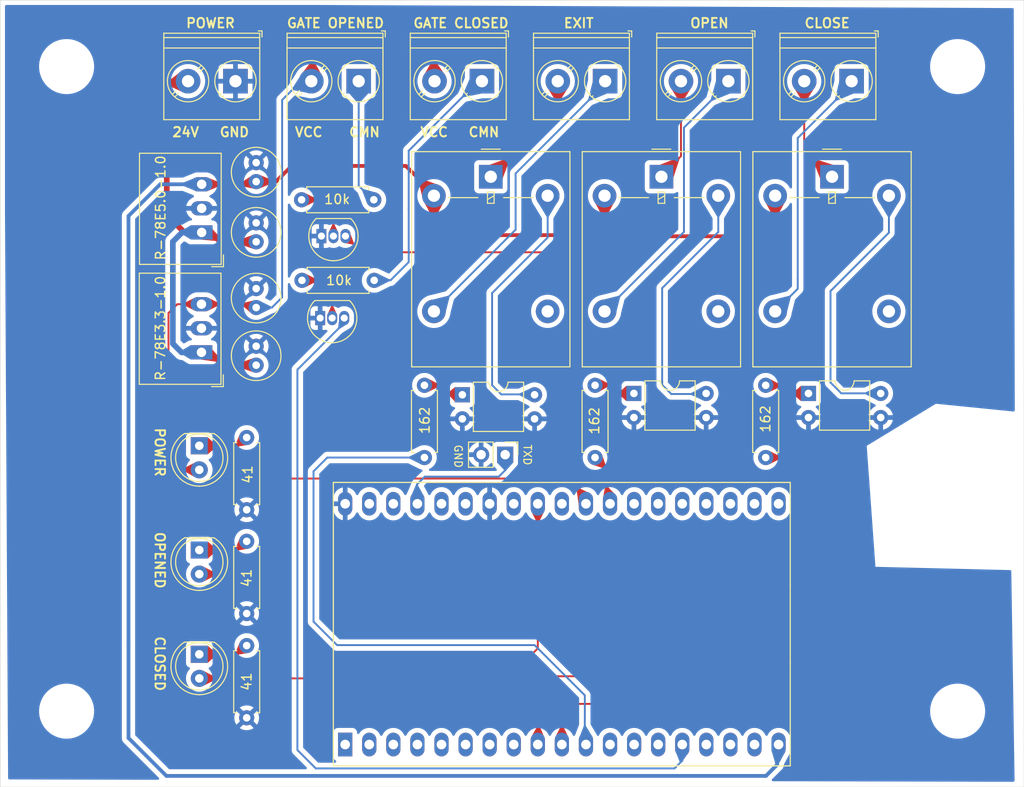
<source format=kicad_pcb>
(kicad_pcb (version 20240108) (generator "pcbnew") (generator_version "8.0")
  (layers (0 "F.Cu" signal) (31 "B.Cu" signal) (34 "B.Paste" user) (35 "F.Paste" user) (36 "B.SilkS" user "B.Silkscreen") (37 "F.SilkS" user "F.Silkscreen") (38 "B.Mask" user) (39 "F.Mask" user) (44 "Edge.Cuts" user))
  (net 0 "")
  (net 1 "+24V")
  (net 2 "GNDREF")
  (net 3 "+3.3V")
  (net 4 "+5V")
  (net 5 "Net-(J2-Pin_1)")
  (net 6 "Net-(J2-Pin_2)")
  (net 7 "Net-(J3-Pin_1)")
  (net 8 "Net-(J3-Pin_2)")
  (net 9 "Net-(J4-Pin_1)")
  (net 10 "Net-(J5-Pin_1)")
  (net 11 "Net-(J6-Pin_1)")
  (net 12 "Net-(J6-Pin_2)")
  (net 14 "Net-(K1-Pad5)")
  (net 15 "Net-(K2-Pad5)")
  (net 18 "Net-(K3-Pad5)")
  (net 19 "GPIO13")
  (net 20 "GPIO16")
  (net 21 "GPIO26")
  (net 22 "Net-(R1-Pad1)")
  (net 23 "Net-(R2-Pad1)")
  (net 24 "GPIO25")
  (net 25 "GPIO27")
  (net 26 "Net-(R3-Pad1)")
  (net 27 "GPIO17")
  (net 28 "Net-(D2-K)")
  (net 29 "GPIO18")
  (net 30 "Net-(D3-K)")
  (net 47 "Net-(Q1-B)")
  (net 48 "Net-(Q2-B)")
  (net 49 "Net-(D1-K)")
  (net 53 "TXD")
  (footprint "Package_DIP:DIP-4_W7.62mm" (layer "F.Cu") (at 85.265 41.4825)
    (property "Reference" "U4" (hide yes))
    (property "Value" "FOD852" (hide yes))
    (pad "1" thru_hole rect (at 0 0) (size 1.6 1.6) (drill 0.8) (layers "*.Cu" "*.Mask") (net 22 "Net-(R1-Pad1)"))
    (pad "2" thru_hole oval (at 0 2.54) (size 1.6 1.6) (drill 0.8) (layers "*.Cu" "*.Mask") (net 2 "GNDREF"))
    (pad "3" thru_hole oval (at 7.62 2.54) (size 1.6 1.6) (drill 0.8) (layers "*.Cu" "*.Mask") (net 2 "GNDREF"))
    (pad "4" thru_hole oval (at 7.62 0) (size 1.6 1.6) (drill 0.8) (layers "*.Cu" "*.Mask") (net 15 "Net-(K2-Pad5)"))
  )
  (footprint "MountingHole:MountingHole_5.3mm_M5" (layer "F.Cu") (at 101 7)
    (property "Reference" "H4" (hide yes))
    (property "Value" "MountingHole" (hide yes))
    (pad "" np_thru_hole circle (at 0 0) (size 5.3 5.3) (drill 5.3) (layers "*.Cu" "*.Mask"))
  )
  (footprint "Capacitor_THT:C_Radial_D5.0mm_H11.0mm_P2.00mm" (layer "F.Cu") (at 27 38.5 90)
    (property "Reference" "C1" (hide yes))
    (property "Value" "10uf" (hide yes))
    (pad "1" thru_hole circle (at 0 0 90) (size 1.6 1.6) (drill 0.8) (layers "*.Cu" "*.Mask") (net 1 "+24V"))
    (pad "2" thru_hole circle (at 2 0 90) (size 1.6 1.6) (drill 0.8) (layers "*.Cu" "*.Mask") (net 2 "GNDREF"))
  )
  (footprint "LED_THT:LED_D5.0mm_Clear" (layer "F.Cu") (at 21 69 -90)
    (property "Reference" "D3" (hide yes))
    (property "Value" "LTL2R3KSK (YELLOW)" (hide yes))
    (pad "1" thru_hole rect (at 0 0 270) (size 1.8 1.8) (drill 0.9) (layers "*.Cu" "*.Mask") (net 30 "Net-(D3-K)"))
    (pad "2" thru_hole circle (at 2.54 0 270) (size 1.8 1.8) (drill 0.9) (layers "*.Cu" "*.Mask") (net 29 "GPIO18"))
  )
  (footprint "TerminalBlock_Phoenix:TerminalBlock_Phoenix_PT-1,5-2-5.0-H_1x02_P5.00mm_Horizontal" (layer "F.Cu") (at 37.815 8.54 180)
    (property "Reference" "J5" (hide yes))
    (property "Value" "Gate Open Switch" (hide yes))
    (pad "1" thru_hole rect (at 0 0 180) (size 2.6 2.6) (drill 1.3) (layers "*.Cu" "*.Mask") (net 10 "Net-(J5-Pin_1)"))
    (pad "2" thru_hole circle (at 5 0 180) (size 2.6 2.6) (drill 1.3) (layers "*.Cu" "*.Mask") (net 3 "+3.3V"))
  )
  (footprint "TerminalBlock_Phoenix:TerminalBlock_Phoenix_PT-1,5-2-5.0-H_1x02_P5.00mm_Horizontal" (layer "F.Cu") (at 24.815 8.54 180)
    (property "Reference" "J1" (hide yes))
    (property "Value" "Power Input" (hide yes))
    (pad "1" thru_hole rect (at 0 0 180) (size 2.6 2.6) (drill 1.3) (layers "*.Cu" "*.Mask") (net 2 "GNDREF"))
    (pad "2" thru_hole circle (at 5 0 180) (size 2.6 2.6) (drill 1.3) (layers "*.Cu" "*.Mask") (net 1 "+24V"))
  )
  (footprint "MountingHole:MountingHole_5.3mm_M5" (layer "F.Cu") (at 7 7)
    (property "Reference" "H1" (hide yes))
    (property "Value" "MountingHole" (hide yes))
    (pad "" np_thru_hole circle (at 0 0) (size 5.3 5.3) (drill 5.3) (layers "*.Cu" "*.Mask"))
  )
  (footprint "Relay_THT:Relay_SPDT_Omron-G5LE-1" (layer "F.Cu") (at 51.75 18.6225)
    (property "Reference" "K3" (hide yes))
    (property "Value" "Exit Relay" (hide yes))
    (pad "1" thru_hole rect (at 0 0) (size 2.5 2.5) (drill 1.3) (layers "*.Cu" "*.Mask") (net 12 "Net-(J6-Pin_2)"))
    (pad "2" thru_hole oval (at -6 2) (size 2.5 2.5) (drill 1.3) (layers "*.Cu" "*.Mask") (net 4 "+5V"))
    (pad "3" thru_hole oval (at -6 14.2) (size 2.5 2.5) (drill 1.3) (layers "*.Cu" "*.Mask") (net 11 "Net-(J6-Pin_1)"))
    (pad "4" thru_hole oval (at 6 14.2) (size 2.5 2.5) (drill 1.3) (layers "*.Cu" "*.Mask"))
    (pad "5" thru_hole oval (at 6 2) (size 2.5 2.5) (drill 1.3) (layers "*.Cu" "*.Mask") (net 18 "Net-(K3-Pad5)"))
  )
  (footprint "TerminalBlock_Phoenix:TerminalBlock_Phoenix_PT-1,5-2-5.0-H_1x02_P5.00mm_Horizontal" (layer "F.Cu") (at 63.815 8.54 180)
    (property "Reference" "J6" (hide yes))
    (property "Value" "Screw_Terminal_01x02" (hide yes))
    (pad "1" thru_hole rect (at 0 0 180) (size 2.6 2.6) (drill 1.3) (layers "*.Cu" "*.Mask") (net 11 "Net-(J6-Pin_1)"))
    (pad "2" thru_hole circle (at 5 0 180) (size 2.6 2.6) (drill 1.3) (layers "*.Cu" "*.Mask") (net 12 "Net-(J6-Pin_2)"))
  )
  (footprint "Package_DIP:DIP-4_W7.62mm" (layer "F.Cu") (at 48.75 41.6225)
    (property "Reference" "U5" (hide yes))
    (property "Value" "FOD852" (hide yes))
    (pad "1" thru_hole rect (at 0 0) (size 1.6 1.6) (drill 0.8) (layers "*.Cu" "*.Mask") (net 26 "Net-(R3-Pad1)"))
    (pad "2" thru_hole oval (at 0 2.54) (size 1.6 1.6) (drill 0.8) (layers "*.Cu" "*.Mask") (net 2 "GNDREF"))
    (pad "3" thru_hole oval (at 7.62 2.54) (size 1.6 1.6) (drill 0.8) (layers "*.Cu" "*.Mask") (net 2 "GNDREF"))
    (pad "4" thru_hole oval (at 7.62 0) (size 1.6 1.6) (drill 0.8) (layers "*.Cu" "*.Mask") (net 18 "Net-(K3-Pad5)"))
  )
  (footprint "Connector_PinHeader_2.54mm:PinHeader_1x02_P2.54mm_Vertical" (layer "F.Cu") (at 53.27 47.94 -90)
    (property "Reference" "J9" (hide yes))
    (property "Value" "Serial Port" (hide yes))
    (pad "1" thru_hole rect (at 0 0 270) (size 1.7 1.7) (drill 1) (layers "*.Cu" "*.Mask") (net 53 "TXD"))
    (pad "2" thru_hole oval (at 0 2.54 270) (size 1.7 1.7) (drill 1) (layers "*.Cu" "*.Mask") (net 2 "GNDREF"))
  )
  (footprint "Capacitor_THT:C_Radial_D5.0mm_H11.0mm_P2.00mm" (layer "F.Cu") (at 27 32.42 90)
    (property "Reference" "C2" (hide yes))
    (property "Value" "10uf" (hide yes))
    (pad "1" thru_hole circle (at 0 0 90) (size 1.6 1.6) (drill 0.8) (layers "*.Cu" "*.Mask") (net 3 "+3.3V"))
    (pad "2" thru_hole circle (at 2 0 90) (size 1.6 1.6) (drill 0.8) (layers "*.Cu" "*.Mask") (net 2 "GNDREF"))
  )
  (footprint "Package_DIP:DIP-4_W7.62mm" (layer "F.Cu") (at 66.85 41.4825)
    (property "Reference" "U3" (hide yes))
    (property "Value" "FOD852" (hide yes))
    (pad "1" thru_hole rect (at 0 0) (size 1.6 1.6) (drill 0.8) (layers "*.Cu" "*.Mask") (net 23 "Net-(R2-Pad1)"))
    (pad "2" thru_hole oval (at 0 2.54) (size 1.6 1.6) (drill 0.8) (layers "*.Cu" "*.Mask") (net 2 "GNDREF"))
    (pad "3" thru_hole oval (at 7.62 2.54) (size 1.6 1.6) (drill 0.8) (layers "*.Cu" "*.Mask") (net 2 "GNDREF"))
    (pad "4" thru_hole oval (at 7.62 0) (size 1.6 1.6) (drill 0.8) (layers "*.Cu" "*.Mask") (net 14 "Net-(K1-Pad5)"))
  )
  (footprint "MountingHole:MountingHole_5.3mm_M5" (layer "F.Cu") (at 101 75)
    (property "Reference" "H3" (hide yes))
    (property "Value" "MountingHole" (hide yes))
    (pad "" np_thru_hole circle (at 0 0) (size 5.3 5.3) (drill 5.3) (layers "*.Cu" "*.Mask"))
  )
  (footprint "Resistor_THT:R_Axial_DIN0207_L6.3mm_D2.5mm_P7.62mm_Horizontal" (layer "F.Cu") (at 26 75.7 90)
    (property "Reference" "R8" (hide yes))
    (property "Value" "41" (at 3.81 0 -90) (layer "F.SilkS"))
    (pad "1" thru_hole circle (at 0 0 90) (size 1.6 1.6) (drill 0.8) (layers "*.Cu" "*.Mask") (net 2 "GNDREF"))
    (pad "2" thru_hole oval (at 7.62 0 90) (size 1.6 1.6) (drill 0.8) (layers "*.Cu" "*.Mask") (net 30 "Net-(D3-K)"))
  )
  (footprint "Resistor_THT:R_Axial_DIN0207_L6.3mm_D2.5mm_P7.62mm_Horizontal" (layer "F.Cu") (at 44.75 40.6225 -90)
    (property "Reference" "R3" (hide yes))
    (property "Value" "162" (at 3.7 -0.035 90) (layer "F.SilkS"))
    (pad "1" thru_hole circle (at 0 0 270) (size 1.6 1.6) (drill 0.8) (layers "*.Cu" "*.Mask") (net 26 "Net-(R3-Pad1)"))
    (pad "2" thru_hole oval (at 7.62 0 270) (size 1.6 1.6) (drill 0.8) (layers "*.Cu" "*.Mask") (net 25 "GPIO27"))
  )
  (footprint "Resistor_THT:R_Axial_DIN0207_L6.3mm_D2.5mm_P7.62mm_Horizontal" (layer "F.Cu") (at 62.75 40.6225 -90)
    (property "Reference" "R2" (hide yes))
    (property "Value" "162" (at 3.75 0.065 90) (layer "F.SilkS"))
    (pad "1" thru_hole circle (at 0 0 270) (size 1.6 1.6) (drill 0.8) (layers "*.Cu" "*.Mask") (net 23 "Net-(R2-Pad1)"))
    (pad "2" thru_hole oval (at 7.62 0 270) (size 1.6 1.6) (drill 0.8) (layers "*.Cu" "*.Mask") (net 24 "GPIO25"))
  )
  (footprint "Relay_THT:Relay_SPDT_Omron-G5LE-1" (layer "F.Cu") (at 69.75 18.6225)
    (property "Reference" "K1" (hide yes))
    (property "Value" "Gate Open Relay" (hide yes))
    (pad "1" thru_hole rect (at 0 0) (size 2.5 2.5) (drill 1.3) (layers "*.Cu" "*.Mask") (net 8 "Net-(J3-Pin_2)"))
    (pad "2" thru_hole oval (at -6 2) (size 2.5 2.5) (drill 1.3) (layers "*.Cu" "*.Mask") (net 4 "+5V"))
    (pad "3" thru_hole oval (at -6 14.2) (size 2.5 2.5) (drill 1.3) (layers "*.Cu" "*.Mask") (net 7 "Net-(J3-Pin_1)"))
    (pad "4" thru_hole oval (at 6 14.2) (size 2.5 2.5) (drill 1.3) (layers "*.Cu" "*.Mask"))
    (pad "5" thru_hole oval (at 6 2) (size 2.5 2.5) (drill 1.3) (layers "*.Cu" "*.Mask") (net 14 "Net-(K1-Pad5)"))
  )
  (footprint "Resistor_THT:R_Axial_DIN0207_L6.3mm_D2.5mm_P7.62mm_Horizontal" (layer "F.Cu") (at 26 53.75 90)
    (property "Reference" "R6" (hide yes))
    (property "Value" "41" (at 3.72 0.1 -90) (layer "F.SilkS"))
    (pad "1" thru_hole circle (at 0 0 90) (size 1.6 1.6) (drill 0.8) (layers "*.Cu" "*.Mask") (net 2 "GNDREF"))
    (pad "2" thru_hole oval (at 7.62 0 90) (size 1.6 1.6) (drill 0.8) (layers "*.Cu" "*.Mask") (net 49 "Net-(D1-K)"))
  )
  (footprint "Resistor_THT:R_Axial_DIN0207_L6.3mm_D2.5mm_P7.62mm_Horizontal" (layer "F.Cu") (at 39.45 29.55 180)
    (property "Reference" "R4" (hide yes))
    (property "Value" "10k" (at 3.71 0 180) (layer "F.SilkS"))
    (pad "1" thru_hole circle (at 0 0 180) (size 1.6 1.6) (drill 0.8) (layers "*.Cu" "*.Mask") (net 9 "Net-(J4-Pin_1)"))
    (pad "2" thru_hole oval (at 7.62 0 180) (size 1.6 1.6) (drill 0.8) (layers "*.Cu" "*.Mask") (net 47 "Net-(Q1-B)"))
  )
  (footprint "TerminalBlock_Phoenix:TerminalBlock_Phoenix_PT-1,5-2-5.0-H_1x02_P5.00mm_Horizontal" (layer "F.Cu") (at 50.815 8.54 180)
    (property "Reference" "J4" (hide yes))
    (property "Value" "Gate Closed Switch" (hide yes))
    (pad "1" thru_hole rect (at 0 0 180) (size 2.6 2.6) (drill 1.3) (layers "*.Cu" "*.Mask") (net 9 "Net-(J4-Pin_1)"))
    (pad "2" thru_hole circle (at 5 0 180) (size 2.6 2.6) (drill 1.3) (layers "*.Cu" "*.Mask") (net 3 "+3.3V"))
  )
  (footprint "Capacitor_THT:C_Radial_D5.0mm_H11.0mm_P2.00mm" (layer "F.Cu") (at 27 25.485 90)
    (property "Reference" "C3" (hide yes))
    (property "Value" "10uf" (hide yes))
    (pad "1" thru_hole circle (at 0 0 90) (size 1.6 1.6) (drill 0.8) (layers "*.Cu" "*.Mask") (net 1 "+24V"))
    (pad "2" thru_hole circle (at 2 0 90) (size 1.6 1.6) (drill 0.8) (layers "*.Cu" "*.Mask") (net 2 "GNDREF"))
  )
  (footprint "MountingHole:MountingHole_5.3mm_M5" (layer "F.Cu") (at 7 75)
    (property "Reference" "H2" (hide yes))
    (property "Value" "MountingHole" (hide yes))
    (pad "" np_thru_hole circle (at 0 0) (size 5.3 5.3) (drill 5.3) (layers "*.Cu" "*.Mask"))
  )
  (footprint "TerminalBlock_Phoenix:TerminalBlock_Phoenix_PT-1,5-2-5.0-H_1x02_P5.00mm_Horizontal" (layer "F.Cu") (at 76.815 8.54 180)
    (property "Reference" "J3" (hide yes))
    (property "Value" "Screw_Terminal_01x02" (hide yes))
    (pad "1" thru_hole rect (at 0 0 180) (size 2.6 2.6) (drill 1.3) (layers "*.Cu" "*.Mask") (net 7 "Net-(J3-Pin_1)"))
    (pad "2" thru_hole circle (at 5 0 180) (size 2.6 2.6) (drill 1.3) (layers "*.Cu" "*.Mask") (net 8 "Net-(J3-Pin_2)"))
  )
  (footprint "Resistor_THT:R_Axial_DIN0207_L6.3mm_D2.5mm_P7.62mm_Horizontal" (layer "F.Cu") (at 80.75 40.6225 -90)
    (property "Reference" "R1" (hide yes))
    (property "Value" "162" (at 3.55 0.015 90) (layer "F.SilkS"))
    (pad "1" thru_hole circle (at 0 0 270) (size 1.6 1.6) (drill 0.8) (layers "*.Cu" "*.Mask") (net 22 "Net-(R1-Pad1)"))
    (pad "2" thru_hole oval (at 7.62 0 270) (size 1.6 1.6) (drill 0.8) (layers "*.Cu" "*.Mask") (net 21 "GPIO26"))
  )
  (footprint "gate-controller-footprints:ESP32-DEVKITC-32U" (layer "F.Cu") (at 59.24 65.82 90)
    (property "Reference" "U6" (hide yes))
    (property "Value" "ESP32-DEVKITC-32U" (hide yes))
    (pad "1" thru_hole rect (at -12.7 -22.85 90) (size 2.5 1.5) (drill 1.02) (layers "*.Cu" "*.Mask"))
    (pad "2" thru_hole oval (at -12.7 -20.31 90) (size 2.5 1.5) (drill 1.02) (layers "*.Cu" "*.Mask"))
    (pad "3" thru_hole oval (at -12.7 -17.77 90) (size 2.5 1.5) (drill 1.02) (layers "*.Cu" "*.Mask"))
    (pad "4" thru_hole oval (at -12.7 -15.23 90) (size 2.5 1.5) (drill 1.02) (layers "*.Cu" "*.Mask"))
    (pad "5" thru_hole oval (at -12.7 -12.69 90) (size 2.5 1.5) (drill 1.02) (layers "*.Cu" "*.Mask"))
    (pad "6" thru_hole oval (at -12.7 -10.15 90) (size 2.5 1.5) (drill 1.02) (layers "*.Cu" "*.Mask"))
    (pad "7" thru_hole oval (at -12.7 -7.61 90) (size 2.5 1.5) (drill 1.02) (layers "*.Cu" "*.Mask"))
    (pad "8" thru_hole oval (at -12.7 -5.07 90) (size 2.5 1.5) (drill 1.02) (layers "*.Cu" "*.Mask"))
    (pad "9" thru_hole oval (at -12.7 -2.53 90) (size 2.5 1.5) (drill 1.02) (layers "*.Cu" "*.Mask") (net 24 "GPIO25"))
    (pad "10" thru_hole oval (at -12.7 0.01 90) (size 2.5 1.5) (drill 1.02) (layers "*.Cu" "*.Mask") (net 21 "GPIO26"))
    (pad "11" thru_hole oval (at -12.7 2.55 90) (size 2.5 1.5) (drill 1.02) (layers "*.Cu" "*.Mask") (net 25 "GPIO27"))
    (pad "12" thru_hole oval (at -12.7 5.09 90) (size 2.5 1.5) (drill 1.02) (layers "*.Cu" "*.Mask"))
    (pad "13" thru_hole oval (at -12.7 7.63 90) (size 2.5 1.5) (drill 1.02) (layers "*.Cu" "*.Mask"))
    (pad "14" thru_hole oval (at -12.7 10.17 90) (size 2.5 1.5) (drill 1.02) (layers "*.Cu" "*.Mask"))
    (pad "15" thru_hole oval (at -12.7 12.71 90) (size 2.5 1.5) (drill 1.02) (layers "*.Cu" "*.Mask") (net 19 "GPIO13"))
    (pad "16" thru_hole oval (at -12.7 15.25 90) (size 2.5 1.5) (drill 1.02) (layers "*.Cu" "*.Mask"))
    (pad "17" thru_hole oval (at -12.7 17.79 90) (size 2.5 1.5) (drill 1.02) (layers "*.Cu" "*.Mask"))
    (pad "18" thru_hole oval (at -12.7 20.33 90) (size 2.5 1.5) (drill 1.02) (layers "*.Cu" "*.Mask"))
    (pad "19" thru_hole oval (at -12.7 22.87 90) (size 2.5 1.5) (drill 1.02) (layers "*.Cu" "*.Mask") (net 4 "+5V"))
    (pad "20" thru_hole oval (at 12.7 22.87 90) (size 2.5 1.5) (drill 1.02) (layers "*.Cu" "*.Mask"))
    (pad "21" thru_hole oval (at 12.7 20.33 90) (size 2.5 1.5) (drill 1.02) (layers "*.Cu" "*.Mask"))
    (pad "22" thru_hole oval (at 12.7 17.79 90) (size 2.5 1.5) (drill 1.02) (layers "*.Cu" "*.Mask"))
    (pad "23" thru_hole oval (at 12.7 15.25 90) (size 2.5 1.5) (drill 1.02) (layers "*.Cu" "*.Mask"))
    (pad "24" thru_hole oval (at 12.7 12.71 90) (size 2.5 1.5) (drill 1.02) (layers "*.Cu" "*.Mask"))
    (pad "25" thru_hole oval (at 12.7 10.17 90) (size 2.5 1.5) (drill 1.02) (layers "*.Cu" "*.Mask"))
    (pad "26" thru_hole oval (at 12.7 7.63 90) (size 2.5 1.5) (drill 1.02) (layers "*.Cu" "*.Mask"))
    (pad "27" thru_hole oval (at 12.7 5.09 90) (size 2.5 1.5) (drill 1.02) (layers "*.Cu" "*.Mask") (net 20 "GPIO16"))
    (pad "28" thru_hole oval (at 12.7 2.55 90) (size 2.5 1.5) (drill 1.02) (layers "*.Cu" "*.Mask") (net 27 "GPIO17"))
    (pad "29" thru_hole oval (at 12.7 0.01 90) (size 2.5 1.5) (drill 1.02) (layers "*.Cu" "*.Mask"))
    (pad "30" thru_hole oval (at 12.7 -2.53 90) (size 2.5 1.5) (drill 1.02) (layers "*.Cu" "*.Mask") (net 29 "GPIO18"))
    (pad "31" thru_hole oval (at 12.7 -5.07 90) (size 2.5 1.5) (drill 1.02) (layers "*.Cu" "*.Mask"))
    (pad "32" thru_hole oval (at 12.7 -7.61 90) (size 2.5 1.5) (drill 1.02) (layers "*.Cu" "*.Mask") (net 2 "GNDREF"))
    (pad "33" thru_hole oval (at 12.7 -10.15 90) (size 2.5 1.5) (drill 1.02) (layers "*.Cu" "*.Mask"))
    (pad "34" thru_hole oval (at 12.7 -12.69 90) (size 2.5 1.5) (drill 1.02) (layers "*.Cu" "*.Mask"))
    (pad "35" thru_hole oval (at 12.7 -15.23 90) (size 2.5 1.5) (drill 1.02) (layers "*.Cu" "*.Mask") (net 53 "TXD"))
    (pad "36" thru_hole oval (at 12.7 -17.77 90) (size 2.5 1.5) (drill 1.02) (layers "*.Cu" "*.Mask"))
    (pad "37" thru_hole oval (at 12.7 -20.31 90) (size 2.5 1.5) (drill 1.02) (layers "*.Cu" "*.Mask"))
    (pad "38" thru_hole oval (at 12.7 -22.85 90) (size 2.5 1.5) (drill 1.02) (layers "*.Cu" "*.Mask") (net 2 "GNDREF"))
  )
  (footprint "Relay_THT:Relay_SPDT_Omron-G5LE-1" (layer "F.Cu") (at 87.75 18.6225)
    (property "Reference" "K2" (hide yes))
    (property "Value" "Gate Close Relay" (hide yes))
    (pad "1" thru_hole rect (at 0 0) (size 2.5 2.5) (drill 1.3) (layers "*.Cu" "*.Mask") (net 6 "Net-(J2-Pin_2)"))
    (pad "2" thru_hole oval (at -6 2) (size 2.5 2.5) (drill 1.3) (layers "*.Cu" "*.Mask") (net 4 "+5V"))
    (pad "3" thru_hole oval (at -6 14.2) (size 2.5 2.5) (drill 1.3) (layers "*.Cu" "*.Mask") (net 5 "Net-(J2-Pin_1)"))
    (pad "4" thru_hole oval (at 6 14.2) (size 2.5 2.5) (drill 1.3) (layers "*.Cu" "*.Mask"))
    (pad "5" thru_hole oval (at 6 2) (size 2.5 2.5) (drill 1.3) (layers "*.Cu" "*.Mask") (net 15 "Net-(K2-Pad5)"))
  )
  (footprint "LED_THT:LED_D5.0mm_Clear" (layer "F.Cu") (at 21 47 -90)
    (property "Reference" "D1" (hide yes))
    (property "Value" "LTL2R3KEK (RED)" (hide yes))
    (pad "1" thru_hole rect (at 0 0 270) (size 1.8 1.8) (drill 0.9) (layers "*.Cu" "*.Mask") (net 49 "Net-(D1-K)"))
    (pad "2" thru_hole circle (at 2.54 0 270) (size 1.8 1.8) (drill 0.9) (layers "*.Cu" "*.Mask") (net 3 "+3.3V"))
  )
  (footprint "gate-controller-footprints:TO-92_Reverse" (layer "F.Cu") (at 36.29 33.53 180)
    (property "Reference" "Q1" (hide yes))
    (property "Value" "2N2222" (hide yes))
    (pad "1" thru_hole rect (at 2.54 0 180) (size 1.05 1.5) (drill 0.75) (layers "*.Cu" "*.Mask") (net 2 "GNDREF"))
    (pad "2" thru_hole oval (at 1.27 0 180) (size 1.05 1.5) (drill 0.75) (layers "*.Cu" "*.Mask") (net 47 "Net-(Q1-B)"))
    (pad "3" thru_hole oval (at 0 0 180) (size 1.05 1.5) (drill 0.75) (layers "*.Cu" "*.Mask") (net 19 "GPIO13"))
  )
  (footprint "Converter_DCDC:Converter_DCDC_RECOM_R-78E-0.5_THT" (layer "F.Cu") (at 21.25 24.495 90)
    (property "Reference" "U7" (hide yes))
    (property "Value" "R-78E5.0-1.0" (at 2.6 -4.33 -90) (layer "F.SilkS"))
    (pad "1" thru_hole rect (at 0 0 90) (size 1.5 2.3) (drill 1) (layers "*.Cu" "*.Mask") (net 1 "+24V"))
    (pad "2" thru_hole oval (at 2.54 0 90) (size 1.5 2.3) (drill 1) (layers "*.Cu" "*.Mask") (net 2 "GNDREF"))
    (pad "3" thru_hole oval (at 5.08 0 90) (size 1.5 2.3) (drill 1) (layers "*.Cu" "*.Mask") (net 4 "+5V"))
  )
  (footprint "gate-controller-footprints:TO-92_Reverse" (layer "F.Cu") (at 36.42 24.88 180)
    (property "Reference" "Q2" (hide yes))
    (property "Value" "2N2222" (hide yes))
    (pad "1" thru_hole rect (at 2.54 0 180) (size 1.05 1.5) (drill 0.75) (layers "*.Cu" "*.Mask") (net 2 "GNDREF"))
    (pad "2" thru_hole oval (at 1.27 0 180) (size 1.05 1.5) (drill 0.75) (layers "*.Cu" "*.Mask") (net 48 "Net-(Q2-B)"))
    (pad "3" thru_hole oval (at 0 0 180) (size 1.05 1.5) (drill 0.75) (layers "*.Cu" "*.Mask") (net 20 "GPIO16"))
  )
  (footprint "Capacitor_THT:C_Radial_D5.0mm_H11.0mm_P2.00mm" (layer "F.Cu") (at 27 19.135 90)
    (property "Reference" "C4" (hide yes))
    (property "Value" "10uf" (hide yes))
    (pad "1" thru_hole circle (at 0 0 90) (size 1.6 1.6) (drill 0.8) (layers "*.Cu" "*.Mask") (net 4 "+5V"))
    (pad "2" thru_hole circle (at 2 0 90) (size 1.6 1.6) (drill 0.8) (layers "*.Cu" "*.Mask") (net 2 "GNDREF"))
  )
  (footprint "Resistor_THT:R_Axial_DIN0207_L6.3mm_D2.5mm_P7.62mm_Horizontal" (layer "F.Cu") (at 26 64.7 90)
    (property "Reference" "R7" (hide yes))
    (property "Value" "41" (at 3.75 0 -90) (layer "F.SilkS"))
    (pad "1" thru_hole circle (at 0 0 90) (size 1.6 1.6) (drill 0.8) (layers "*.Cu" "*.Mask") (net 2 "GNDREF"))
    (pad "2" thru_hole oval (at 7.62 0 90) (size 1.6 1.6) (drill 0.8) (layers "*.Cu" "*.Mask") (net 28 "Net-(D2-K)"))
  )
  (footprint "Converter_DCDC:Converter_DCDC_RECOM_R-78E-0.5_THT" (layer "F.Cu") (at 21.2275 37.145 90)
    (property "Reference" "U2" (hide yes))
    (property "Value" "R-78E3.3-1.0" (at 2.54 -4.33 -90) (layer "F.SilkS"))
    (pad "1" thru_hole rect (at 0 0 90) (size 1.5 2.3) (drill 1) (layers "*.Cu" "*.Mask") (net 1 "+24V"))
    (pad "2" thru_hole oval (at 2.54 0 90) (size 1.5 2.3) (drill 1) (layers "*.Cu" "*.Mask") (net 2 "GNDREF"))
    (pad "3" thru_hole oval (at 5.08 0 90) (size 1.5 2.3) (drill 1) (layers "*.Cu" "*.Mask") (net 3 "+3.3V"))
  )
  (footprint "TerminalBlock_Phoenix:TerminalBlock_Phoenix_PT-1,5-2-5.0-H_1x02_P5.00mm_Horizontal" (layer "F.Cu") (at 89.815 8.54 180)
    (property "Reference" "J2" (hide yes))
    (property "Value" "Screw_Terminal_01x02" (hide yes))
    (pad "1" thru_hole rect (at 0 0 180) (size 2.6 2.6) (drill 1.3) (layers "*.Cu" "*.Mask") (net 5 "Net-(J2-Pin_1)"))
    (pad "2" thru_hole circle (at 5 0 180) (size 2.6 2.6) (drill 1.3) (layers "*.Cu" "*.Mask") (net 6 "Net-(J2-Pin_2)"))
  )
  (footprint "MountingHole:MountingHole_6.5mm" (layer "F.Cu") (at 99.97 51.67)
    (property "Reference" "H5" (hide yes))
    (property "Value" "Antennea Mount" (hide yes))
    (pad "" np_thru_hole circle (at 0 0) (size 6.5 6.5) (drill 6.5) (layers "*.Cu" "*.Mask"))
  )
  (footprint "Resistor_THT:R_Axial_DIN0207_L6.3mm_D2.5mm_P7.62mm_Horizontal" (layer "F.Cu") (at 39.41 21.05 180)
    (property "Reference" "R5" (hide yes))
    (property "Value" "10k" (at 3.87 0.05 180) (layer "F.SilkS"))
    (pad "1" thru_hole circle (at 0 0 180) (size 1.6 1.6) (drill 0.8) (layers "*.Cu" "*.Mask") (net 10 "Net-(J5-Pin_1)"))
    (pad "2" thru_hole oval (at 7.62 0 180) (size 1.6 1.6) (drill 0.8) (layers "*.Cu" "*.Mask") (net 48 "Net-(Q2-B)"))
  )
  (footprint "LED_THT:LED_D5.0mm_Clear" (layer "F.Cu") (at 21 58 -90)
    (property "Reference" "D2" (hide yes))
    (property "Value" "LTL2P3KGKNN (GREEN)" (hide yes))
    (pad "1" thru_hole rect (at 0 0 270) (size 1.8 1.8) (drill 0.9) (layers "*.Cu" "*.Mask") (net 28 "Net-(D2-K)"))
    (pad "2" thru_hole circle (at 2.54 0 270) (size 1.8 1.8) (drill 0.9) (layers "*.Cu" "*.Mask") (net 27 "GPIO17"))
  )
  (gr_rect (start 0 0) (end 108 83) (stroke (width 0.05)) (fill none) (layer "Edge.Cuts"))
  (gr_text "GATE CLOSED" (at 43.475 3 0) (layer "F.SilkS") (effects (font (size 1 1) (thickness 0.2) (bold yes)) (justify left bottom)))
  (gr_text "POWER" (at 16.25 45 270) (layer "F.SilkS") (effects (font (size 1 1) (thickness 0.2) (bold yes)) (justify left bottom)))
  (gr_text "POWER" (at 19.5 3 0) (layer "F.SilkS") (effects (font (size 1 1) (thickness 0.2) (bold yes)) (justify left bottom)))
  (gr_text "GATE OPENED" (at 30.14 3 0) (layer "F.SilkS") (effects (font (size 1 1) (thickness 0.2) (bold yes)) (justify left bottom)))
  (gr_text "CLOSED" (at 16.25 67 270) (layer "F.SilkS") (effects (font (size 1 1) (thickness 0.2) (bold yes)) (justify left bottom)))
  (gr_text "CLOSE" (at 84.75 3 0) (layer "F.SilkS") (effects (font (size 1 1) (thickness 0.2) (bold yes)) (justify left bottom)))
  (gr_text "OPEN" (at 72.685 3 0) (layer "F.SilkS") (effects (font (size 1 1) (thickness 0.2) (bold yes)) (justify left bottom)))
  (gr_text "CMN" (at 36.7 14.5 0) (layer "F.SilkS") (effects (font (size 1 1) (thickness 0.2) (bold yes)) (justify left bottom)))
  (gr_text "EXIT" (at 59.35 3 0) (layer "F.SilkS") (effects (font (size 1 1) (thickness 0.2) (bold yes)) (justify left bottom)))
  (gr_text "24V" (at 18.05 14.5 0) (layer "F.SilkS") (effects (font (size 1 1) (thickness 0.2) (bold yes)) (justify left bottom)))
  (gr_text "VCC" (at 30.985 14.5 0) (layer "F.SilkS") (effects (font (size 1 1) (thickness 0.2) (bold yes)) (justify left bottom)))
  (gr_text "VCC" (at 44.22 14.5 0) (layer "F.SilkS") (effects (font (size 1 1) (thickness 0.2) (bold yes)) (justify left bottom)))
  (gr_text "OPENED" (at 16.25 56 270) (layer "F.SilkS") (effects (font (size 1 1) (thickness 0.2) (bold yes)) (justify left bottom)))
  (gr_text "TXD" (at 55.14 46.8 270) (layer "F.SilkS") (effects (font (size 0.8 0.8) (thickness 0.125)) (justify left bottom)))
  (gr_text "GND" (at 23.05 14.5 0) (layer "F.SilkS") (effects (font (size 1 1) (thickness 0.2) (bold yes)) (justify left bottom)))
  (gr_text "GND" (at 47.85 46.81 270) (layer "F.SilkS") (effects (font (size 0.8 0.8) (thickness 0.125)) (justify left bottom)))
  (gr_text "CMN" (at 49.3 14.5 0) (layer "F.SilkS") (effects (font (size 1 1) (thickness 0.2) (bold yes)) (justify left bottom)))
  (segment (start 19.425 24.495) (end 17.57 22.64) (width 0.6) (layer "F.Cu") (net 1))
  (segment (start 23.25 25.5) (end 23.75 25.5) (width 0.6) (layer "F.Cu") (net 1))
  (segment (start 21.25 24.495) (end 19.425 24.495) (width 0.6) (layer "F.Cu") (net 1))
  (segment (start 23.75 25.5) (end 27.11 25.5) (width 0.6) (layer "F.Cu") (net 1))
  (segment (start 17.57 8.92) (end 17.8 8.69) (width 0.4) (layer "F.Cu") (net 1))
  (segment (start 21.2275 37.145) (end 22.145 37.145) (width 0.2) (layer "F.Cu") (net 1))
  (segment (start 22.145 37.145) (end 23.5 38.5) (width 0.6) (layer "F.Cu") (net 1))
  (segment (start 17.57 22.64) (end 17.57 8.92) (width 0.6) (layer "F.Cu") (net 1))
  (segment (start 22.245 24.495) (end 23.25 25.5) (width 0.6) (layer "F.Cu") (net 1))
  (segment (start 23.5 38.5) (end 27 38.5) (width 0.6) (layer "F.Cu") (net 1))
  (segment (start 17.8 8.69) (end 19.72 8.69) (width 0.6) (layer "F.Cu") (net 1))
  (segment (start 21.25 24.495) (end 22.245 24.495) (width 0.2) (layer "F.Cu") (net 1))
  (segment (start 27.11 25.5) (end 27.19 25.58) (width 0.2) (layer "F.Cu") (net 1))
  (segment (start 19.72 8.69) (end 19.88 8.53) (width 0.2) (layer "F.Cu") (net 1))
  (segment (start 21.25 24.48) (end 21.26 24.49) (width 0.2) (layer "B.Cu") (net 1))
  (segment (start 21.2275 37.145) (end 19.125 37.145) (width 0.6) (layer "B.Cu") (net 1))
  (segment (start 18.21 36.23) (end 18.21 25.47) (width 0.6) (layer "B.Cu") (net 1))
  (segment (start 19.2 24.48) (end 21.25 24.48) (width 0.6) (layer "B.Cu") (net 1))
  (segment (start 18.21 25.47) (end 19.2 24.48) (width 0.6) (layer "B.Cu") (net 1))
  (segment (start 19.125 37.145) (end 18.21 36.23) (width 0.6) (layer "B.Cu") (net 1))
  (segment (start 33.75 24.83) (end 33.8 24.78) (width 0.2) (layer "F.Cu") (net 2))
  (segment (start 33.81 24.89) (end 33.75 24.83) (width 0.2) (layer "F.Cu") (net 2))
  (segment (start 33.8 24.78) (end 33.83 24.78) (width 0.2) (layer "F.Cu") (net 2))
  (segment (start 21.2275 32.065) (end 26.645 32.065) (width 0.2) (layer "F.Cu") (net 3))
  (segment (start 34.51 4.86) (end 44.95 4.86) (width 0.2) (layer "F.Cu") (net 3))
  (segment (start 18.685 32.065) (end 21.2275 32.065) (width 0.2) (layer "F.Cu") (net 3))
  (segment (start 26.645 32.065) (end 27 32.42) (width 0.2) (layer "F.Cu") (net 3))
  (segment (start 45.72 8.6) (end 45.94 8.82) (width 0.2) (layer "F.Cu") (net 3))
  (segment (start 17.75 33) (end 18.685 32.065) (width 0.2) (layer "F.Cu") (net 3))
  (segment (start 17.75 48) (end 17.75 33) (width 0.2) (layer "F.Cu") (net 3))
  (segment (start 32.815 6.555) (end 34.51 4.86) (width 0.2) (layer "F.Cu") (net 3))
  (segment (start 32.815 8.54) (end 32.815 6.555) (width 0.2) (layer "F.Cu") (net 3))
  (segment (start 45.72 5.63) (end 45.72 8.6) (width 0.2) (layer "F.Cu") (net 3))
  (segment (start 44.95 4.86) (end 45.72 5.63) (width 0.2) (layer "F.Cu") (net 3))
  (segment (start 19.29 49.54) (end 17.75 48) (width 0.2) (layer "F.Cu") (net 3))
  (segment (start 21 49.54) (end 19.29 49.54) (width 0.2) (layer "F.Cu") (net 3))
  (segment (start 29.74 10.52) (end 30.04 10.22) (width 0.2) (layer "B.Cu") (net 3))
  (segment (start 28.66 32.42) (end 29.74 31.34) (width 0.2) (layer "B.Cu") (net 3))
  (segment (start 30.04 10.22) (end 31.62 8.64) (width 0.2) (layer "B.Cu") (net 3))
  (segment (start 29.74 31.34) (end 29.74 10.52) (width 0.2) (layer "B.Cu") (net 3))
  (segment (start 27 32.42) (end 28.66 32.42) (width 0.2) (layer "B.Cu") (net 3))
  (segment (start 31.62 8.64) (end 32.97 8.64) (width 0.2) (layer "B.Cu") (net 3))
  (segment (start 47.35 24.78) (end 63.05 24.78) (width 0.4) (layer "F.Cu") (net 4))
  (segment (start 81.74 20.665) (end 81.74 24.13) (width 0.4) (layer "F.Cu") (net 4))
  (segment (start 80.97 24.9) (end 64.55 24.9) (width 0.4) (layer "F.Cu") (net 4))
  (segment (start 45.75 23.18) (end 47.35 24.78) (width 0.4) (layer "F.Cu") (net 4))
  (segment (start 64.55 24.9) (end 63.74 24.09) (width 0.4) (layer "F.Cu") (net 4))
  (segment (start 45.75 20.6225) (end 45.75 23.18) (width 0.4) (layer "F.Cu") (net 4))
  (segment (start 42.79 17.48) (end 46.04 20.73) (width 0.4) (layer "F.Cu") (net 4))
  (segment (start 63.74 24.09) (end 63.74 20.88) (width 0.4) (layer "F.Cu") (net 4))
  (segment (start 63.74 20.88) (end 63.83 20.79) (width 0.2) (layer "F.Cu") (net 4))
  (segment (start 30.74 17.48) (end 42.79 17.48) (width 0.4) (layer "F.Cu") (net 4))
  (segment (start 21.25 19.415) (end 26.72 19.415) (width 0.4) (layer "F.Cu") (net 4))
  (segment (start 63.05 24.78) (end 63.74 24.09) (width 0.4) (layer "F.Cu") (net 4))
  (segment (start 29.085 19.135) (end 30.74 17.48) (width 0.4) (layer "F.Cu") (net 4))
  (segment (start 27 19.135) (end 29.085 19.135) (width 0.4) (layer "F.Cu") (net 4))
  (segment (start 26.72 19.415) (end 27 19.135) (width 0.2) (layer "F.Cu") (net 4))
  (segment (start 81.74 24.13) (end 80.97 24.9) (width 0.4) (layer "F.Cu") (net 4))
  (segment (start 80.78 81.83) (end 81.96 80.65) (width 0.4) (layer "B.Cu") (net 4))
  (segment (start 13.53 77.83) (end 17.53 81.83) (width 0.4) (layer "B.Cu") (net 4))
  (segment (start 81.96 78.29) (end 81.92 78.25) (width 0.3) (layer "B.Cu") (net 4))
  (segment (start 81.96 80.65) (end 81.96 78.29) (width 0.4) (layer "B.Cu") (net 4))
  (segment (start 21.25 19.415) (end 16.875 19.415) (width 0.4) (layer "B.Cu") (net 4))
  (segment (start 16.875 19.415) (end 13.53 22.76) (width 0.4) (layer "B.Cu") (net 4))
  (segment (start 13.53 22.76) (end 13.53 67.71) (width 0.4) (layer "B.Cu") (net 4))
  (segment (start 13.53 67.71) (end 13.53 77.83) (width 0.4) (layer "B.Cu") (net 4))
  (segment (start 17.53 81.83) (end 80.78 81.83) (width 0.4) (layer "B.Cu") (net 4))
  (segment (start 84.13 29.43) (end 84.13 14.54) (width 0.2) (layer "B.Cu") (net 5))
  (segment (start 81.75 32.8225) (end 84.13 30.4425) (width 0.2) (layer "B.Cu") (net 5))
  (segment (start 84.13 30.4425) (end 84.13 29.43) (width 0.2) (layer "B.Cu") (net 5))
  (segment (start 84.13 14.54) (end 89.98 8.69) (width 0.2) (layer "B.Cu") (net 5))
  (segment (start 84.815 8.54) (end 84.815 15.815) (width 0.2) (layer "F.Cu") (net 6))
  (segment (start 84.815 15.815) (end 87.78 18.78) (width 0.2) (layer "F.Cu") (net 6))
  (segment (start 72.13 23.45) (end 72.13 13.44) (width 0.2) (layer "B.Cu") (net 7))
  (segment (start 72.13 24.4425) (end 72.13 23.45) (width 0.2) (layer "B.Cu") (net 7))
  (segment (start 63.75 32.8225) (end 72.13 24.4425) (width 0.2) (layer "B.Cu") (net 7))
  (segment (start 72.13 13.44) (end 76.78 8.79) (width 0.2) (layer "B.Cu") (net 7))
  (segment (start 71.815 8.54) (end 71.815 16.445) (width 0.2) (layer "F.Cu") (net 8))
  (segment (start 71.815 16.445) (end 69.59 18.67) (width 0.2) (layer "F.Cu") (net 8))
  (segment (start 43.09 22.02) (end 43.09 27.63) (width 0.2) (layer "B.Cu") (net 9))
  (segment (start 50.815 8.54) (end 50.43 8.54) (width 0.2) (layer "B.Cu") (net 9))
  (segment (start 43.09 15.88) (end 43.09 22.02) (width 0.2) (layer "B.Cu") (net 9))
  (segment (start 41.07 29.54) (end 39.34 29.54) (width 0.2) (layer "B.Cu") (net 9))
  (segment (start 43.09 27.63) (end 41.18 29.54) (width 0.2) (layer "B.Cu") (net 9))
  (segment (start 50.43 8.54) (end 43.09 15.88) (width 0.2) (layer "B.Cu") (net 9))
  (segment (start 41.18 29.54) (end 41.07 29.54) (width 0.2) (layer "B.Cu") (net 9))
  (segment (start 37.815 19.565) (end 39.53 21.28) (width 0.2) (layer "B.Cu") (net 10))
  (segment (start 37.815 8.54) (end 37.815 19.565) (width 0.2) (layer "B.Cu") (net 10))
  (segment (start 54.37 22.93) (end 54.37 18.27) (width 0.2) (layer "B.Cu") (net 11))
  (segment (start 54.37 24.2025) (end 54.37 22.93) (width 0.2) (layer "B.Cu") (net 11))
  (segment (start 45.75 32.8225) (end 54.37 24.2025) (width 0.2) (layer "B.Cu") (net 11))
  (segment (start 54.37 18.27) (end 63.89 8.75) (width 0.2) (layer "B.Cu") (net 11))
  (segment (start 58.815 8.54) (end 58.815 11.585) (width 0.2) (layer "F.Cu") (net 12))
  (segment (start 58.815 11.585) (end 51.69 18.71) (width 0.2) (layer "F.Cu") (net 12))
  (segment (start 69.83 30.37) (end 69.83 40.33) (width 0.2) (layer "B.Cu") (net 14))
  (segment (start 75.75 20.6225) (end 75.75 24.45) (width 0.2) (layer "B.Cu") (net 14))
  (segment (start 69.83 40.58) (end 70.79 41.54) (width 0.2) (layer "B.Cu") (net 14))
  (segment (start 69.83 40.33) (end 69.83 40.58) (width 0.2) (layer "B.Cu") (net 14))
  (segment (start 70.79 41.54) (end 74.58 41.54) (width 0.2) (layer "B.Cu") (net 14))
  (segment (start 75.75 24.45) (end 69.98 30.22) (width 0.2) (layer "B.Cu") (net 14))
  (segment (start 69.98 30.22) (end 69.83 30.37) (width 0.2) (layer "B.Cu") (net 14))
  (segment (start 74.58 41.54) (end 74.65 41.61) (width 0.2) (layer "B.Cu") (net 14))
  (segment (start 87.59 40.33) (end 88.73 41.47) (width 0.2) (layer "B.Cu") (net 15))
  (segment (start 93.75 20.6225) (end 93.75 24.52) (width 0.2) (layer "B.Cu") (net 15))
  (segment (start 88.73 41.47) (end 93.07 41.47) (width 0.2) (layer "B.Cu") (net 15))
  (segment (start 87.59 30.68) (end 87.59 40.33) (width 0.2) (layer "B.Cu") (net 15))
  (segment (start 93.75 24.52) (end 87.59 30.68) (width 0.2) (layer "B.Cu") (net 15))
  (segment (start 52.99 41.58) (end 56.32 41.58) (width 0.2) (layer "B.Cu") (net 18))
  (segment (start 52.86 41.58) (end 52.99 41.58) (width 0.2) (layer "B.Cu") (net 18))
  (segment (start 51.89 40.61) (end 52.86 41.58) (width 0.2) (layer "B.Cu") (net 18))
  (segment (start 57.75 25.03) (end 51.89 30.89) (width 0.2) (layer "B.Cu") (net 18))
  (segment (start 51.89 30.89) (end 51.89 40.61) (width 0.2) (layer "B.Cu") (net 18))
  (segment (start 57.75 20.6225) (end 57.75 25.03) (width 0.2) (layer "B.Cu") (net 18))
  (segment (start 71.95 78.52) (end 71.95 79.39) (width 0.2) (layer "B.Cu") (net 19))
  (segment (start 31.35 38.97) (end 31.35 63.8) (width 0.2) (layer "B.Cu") (net 19))
  (segment (start 36.29 34.03) (end 31.35 38.97) (width 0.2) (layer "B.Cu") (net 19))
  (segment (start 33.29 81.04) (end 71.13 81.04) (width 0.2) (layer "B.Cu") (net 19))
  (segment (start 71.95 78.67) (end 72.08 78.54) (width 0.2) (layer "B.Cu") (net 19))
  (segment (start 31.35 63.8) (end 31.35 79.1) (width 0.2) (layer "B.Cu") (net 19))
  (segment (start 71.13 81.04) (end 71.95 80.22) (width 0.2) (layer "B.Cu") (net 19))
  (segment (start 36.29 33.53) (end 36.29 34.03) (width 0.2) (layer "B.Cu") (net 19))
  (segment (start 71.95 80.22) (end 71.95 78.67) (width 0.2) (layer "B.Cu") (net 19))
  (segment (start 31.35 79.1) (end 33.29 81.04) (width 0.2) (layer "B.Cu") (net 19))
  (segment (start 64.2 51.58) (end 64.2 53.28) (width 0.2) (layer "F.Cu") (net 20))
  (segment (start 60.55 49.63) (end 61.5 50.58) (width 0.2) (layer "F.Cu") (net 20))
  (segment (start 61.5 50.58) (end 63.2 50.58) (width 0.2) (layer "F.Cu") (net 20))
  (segment (start 63.2 50.58) (end 64.2 51.58) (width 0.2) (layer "F.Cu") (net 20))
  (segment (start 58.69 26.59) (end 60.55 28.45) (width 0.2) (layer "F.Cu") (net 20))
  (segment (start 60.55 28.45) (end 60.55 49.63) (width 0.2) (layer "F.Cu") (net 20))
  (segment (start 38.6 26.59) (end 58.69 26.59) (width 0.2) (layer "F.Cu") (net 20))
  (segment (start 36.42 24.88) (end 38.13 26.59) (width 0.2) (layer "F.Cu") (net 20))
  (segment (start 38.13 26.59) (end 38.6 26.59) (width 0.2) (layer "F.Cu") (net 20))
  (segment (start 64.2 53.28) (end 64.39 53.47) (width 0.2) (layer "F.Cu") (net 20))
  (segment (start 91.28 69.99) (end 87.04 74.23) (width 0.2) (layer "F.Cu") (net 21))
  (segment (start 91.28 58.03) (end 91.28 69.99) (width 0.2) (layer "F.Cu") (net 21))
  (segment (start 80.75 48.2425) (end 88.2125 48.2425) (width 0.2) (layer "F.Cu") (net 21))
  (segment (start 59.26 78.69) (end 59.03 78.92) (width 0.2) (layer "F.Cu") (net 21))
  (segment (start 61 74.23) (end 59.26 75.97) (width 0.2) (layer "F.Cu") (net 21))
  (segment (start 87.04 74.23) (end 61 74.23) (width 0.2) (layer "F.Cu") (net 21))
  (segment (start 91.28 51.31) (end 91.28 58.03) (width 0.2) (layer "F.Cu") (net 21))
  (segment (start 59.26 75.97) (end 59.26 78.69) (width 0.2) (layer "F.Cu") (net 21))
  (segment (start 91.02 51.05) (end 91.28 51.31) (width 0.2) (layer "F.Cu") (net 21))
  (segment (start 88.2125 48.2425) (end 91.02 51.05) (width 0.2) (layer "F.Cu") (net 21))
  (segment (start 82.37 40.66) (end 80.96 40.66) (width 0.2) (layer "F.Cu") (net 22))
  (segment (start 83.1925 41.4825) (end 82.37 40.66) (width 0.2) (layer "F.Cu") (net 22))
  (segment (start 80.96 40.66) (end 80.93 40.69) (width 0.2) (layer "F.Cu") (net 22))
  (segment (start 85.265 41.4825) (end 83.1925 41.4825) (width 0.2) (layer "F.Cu") (net 22))
  (segment (start 62.67 40.61) (end 62.66 40.62) (width 0.2) (layer "F.Cu") (net 23))
  (segment (start 64.34 40.61) (end 62.67 40.61) (width 0.2) (layer "F.Cu") (net 23))
  (segment (start 66.85 41.4825) (end 65.2125 41.4825) (width 0.2) (layer "F.Cu") (net 23))
  (segment (start 65.2125 41.4825) (end 64.34 40.61) (width 0.2) (layer "F.Cu") (net 23))
  (segment (start 85.45 71.32) (end 58.75 71.32) (width 0.2) (layer "F.Cu") (net 24))
  (segment (start 62.75 48.2425) (end 64.4975 49.99) (width 0.2) (layer "F.Cu") (net 24))
  (segment (start 88.07 52.02) (end 88.07 68.7) (width 0.2) (layer "F.Cu") (net 24))
  (segment (start 64.4975 49.99) (end 82.28 49.99) (width 0.2) (layer "F.Cu") (net 24))
  (segment (start 82.28 49.99) (end 86.04 49.99) (width 0.2) (layer "F.Cu") (net 24))
  (segment (start 88.07 68.7) (end 85.45 71.32) (width 0.2) (layer "F.Cu") (net 24))
  (segment (start 56.79 78.53) (end 56.64 78.68) (width 0.2) (layer "F.Cu") (net 24))
  (segment (start 86.04 49.99) (end 88.07 52.02) (width 0.2) (layer "F.Cu") (net 24))
  (segment (start 58.75 71.32) (end 56.79 73.28) (width 0.2) (layer "F.Cu") (net 24))
  (segment (start 56.79 73.28) (end 56.79 78.53) (width 0.2) (layer "F.Cu") (net 24))
  (segment (start 61.67 78.37) (end 61.96 78.66) (width 0.2) (layer "B.Cu") (net 25))
  (segment (start 61.67 78.43) (end 61.86 78.62) (width 0.2) (layer "B.Cu") (net 25))
  (segment (start 33.05 49.7) (end 33.05 65.55) (width 0.2) (layer "B.Cu") (net 25))
  (segment (start 56.37 68.03) (end 61.67 73.33) (width 0.2) (layer "B.Cu") (net 25))
  (segment (start 35.53 68.03) (end 56.37 68.03) (width 0.2) (layer "B.Cu") (net 25))
  (segment (start 44.75 48.2425) (end 34.5075 48.2425) (width 0.2) (layer "B.Cu") (net 25))
  (segment (start 34.5075 48.2425) (end 33.05 49.7) (width 0.2) (layer "B.Cu") (net 25))
  (segment (start 33.05 65.55) (end 35.53 68.03) (width 0.2) (layer "B.Cu") (net 25))
  (segment (start 61.67 73.33) (end 61.67 78.37) (width 0.2) (layer "B.Cu") (net 25))
  (segment (start 46.45 40.64) (end 45.09 40.64) (width 0.2) (layer "F.Cu") (net 26))
  (segment (start 48.75 41.6225) (end 47.4325 41.6225) (width 0.2) (layer "F.Cu") (net 26))
  (segment (start 47.4325 41.6225) (end 46.48 40.67) (width 0.2) (layer "F.Cu") (net 26))
  (segment (start 46.48 40.67) (end 46.45 40.64) (width 0.2) (layer "F.Cu") (net 26))
  (segment (start 27.48 60.54) (end 29.3 58.72) (width 0.2) (layer "F.Cu") (net 27))
  (segment (start 21 60.54) (end 27.48 60.54) (width 0.2) (layer "F.Cu") (net 27))
  (segment (start 59.85 50.46) (end 61.2 51.81) (width 0.2) (layer "F.Cu") (net 27))
  (segment (start 29.3 58.72) (end 29.3 51.61) (width 0.2) (layer "F.Cu") (net 27))
  (segment (start 29.3 51.61) (end 30.45 50.46) (width 0.2) (layer "F.Cu") (net 27))
  (segment (start 61.77 52.38) (end 61.77 53.39) (width 0.2) (layer "F.Cu") (net 27))
  (segment (start 61.66 52.94) (end 61.95 52.65) (width 0.2) (layer "F.Cu") (net 27))
  (segment (start 61.2 51.81) (end 61.77 52.38) (width 0.2) (layer "F.Cu") (net 27))
  (segment (start 30.45 50.46) (end 59.85 50.46) (width 0.2) (layer "F.Cu") (net 27))
  (segment (start 26 57.08) (end 25.08 58) (width 0.2) (layer "F.Cu") (net 28))
  (segment (start 24.19 58) (end 21.09 58) (width 0.2) (layer "F.Cu") (net 28))
  (segment (start 21.09 58) (end 21.08 57.99) (width 0.2) (layer "F.Cu") (net 28))
  (segment (start 25.08 58) (end 24.19 58) (width 0.2) (layer "F.Cu") (net 28))
  (segment (start 56.71 53.12) (end 56.71 68.37) (width 0.2) (layer "F.Cu") (net 29))
  (segment (start 21 71.54) (end 53.54 71.54) (width 0.2) (layer "F.Cu") (net 29))
  (segment (start 56.71 68.37) (end 53.54 71.54) (width 0.2) (layer "F.Cu") (net 29))
  (segment (start 26 68.08) (end 25.09 68.99) (width 0.2) (layer "F.Cu") (net 30))
  (segment (start 24.34 68.99) (end 21.08 68.99) (width 0.2) (layer "F.Cu") (net 30))
  (segment (start 21.08 68.99) (end 21.06 68.97) (width 0.2) (layer "F.Cu") (net 30))
  (segment (start 25.09 68.99) (end 24.34 68.99) (width 0.2) (layer "F.Cu") (net 30))
  (segment (start 35.02 31) (end 33.57 29.55) (width 0.2) (layer "F.Cu") (net 47))
  (segment (start 35.02 33.53) (end 35.02 31) (width 0.2) (layer "F.Cu") (net 47))
  (segment (start 33.57 29.55) (end 31.83 29.55) (width 0.2) (layer "F.Cu") (net 47))
  (segment (start 35.15 24.88) (end 35.15 21.93) (width 0.2) (layer "F.Cu") (net 48))
  (segment (start 35.15 21.93) (end 34.27 21.05) (width 0.2) (layer "F.Cu") (net 48))
  (segment (start 34.27 21.05) (end 31.79 21.05) (width 0.2) (layer "F.Cu") (net 48))
  (segment (start 26.01 46.12) (end 26.02 46.11) (width 0.2) (layer "F.Cu") (net 49))
  (segment (start 21.08 47.03) (end 20.92 46.87) (width 0.2) (layer "F.Cu") (net 49))
  (segment (start 25.1 47.03) (end 24.17 47.03) (width 0.2) (layer "F.Cu") (net 49))
  (segment (start 26.02 46.11) (end 26.02 46.09) (width 0.2) (layer "F.Cu") (net 49))
  (segment (start 26 46.13) (end 25.1 47.03) (width 0.2) (layer "F.Cu") (net 49))
  (segment (start 24.17 47.03) (end 21.08 47.03) (width 0.2) (layer "F.Cu") (net 49))
  (segment (start 43.78 52.12) (end 43.78 53.3) (width 0.2) (layer "F.Cu") (net 53))
  (segment (start 43.87 53.2) (end 43.84 53.17) (width 0.2) (layer "F.Cu") (net 53))
  (segment (start 43.87 53.39) (end 43.87 53.2) (width 0.2) (layer "F.Cu") (net 53))
  (segment (start 44.07 53.11) (end 44.02 53.16) (width 0.2) (layer "F.Cu") (net 53))
  (segment (start 43.78 53.3) (end 43.87 53.39) (width 0.2) (layer "F.Cu") (net 53))
  (segment (start 44.79 50.26) (end 44.02 51.03) (width 0.2) (layer "B.Cu") (net 53))
  (segment (start 44.02 51.03) (end 43.95 51.1) (width 0.2) (layer "B.Cu") (net 53))
  (segment (start 53.27 49.58) (end 52.69 50.16) (width 0.2) (layer "B.Cu") (net 53))
  (segment (start 52.59 50.26) (end 45.22 50.26) (width 0.2) (layer "B.Cu") (net 53))
  (segment (start 45.22 50.26) (end 44.79 50.26) (width 0.2) (layer "B.Cu") (net 53))
  (segment (start 53.27 47.94) (end 53.27 49.58) (width 0.2) (layer "B.Cu") (net 53))
  (segment (start 43.95 51.1) (end 43.95 52.89) (width 0.2) (layer "B.Cu") (net 53))
  (segment (start 52.69 50.16) (end 52.59 50.26) (width 0.2) (layer "B.Cu") (net 53))
  (zone (net 2) (net_name "GNDREF") (layer "B.Cu") (connect_pads (clearance 0.5)) (min_thickness 0.25) (fill yes (thermal_gap 0.5) (thermal_bridge_width 0.5))
    (polygon (pts (xy 0.38 0.35) (xy 0.83 82.2) (xy 107.01 82.45) (xy 106.66 60.12) (xy 92.33 59.77) (xy 91.41 47.01) (xy 98.71 42.57) (xy 107.03 43.4) (xy 106.92 0.83)))
  )
)
</source>
